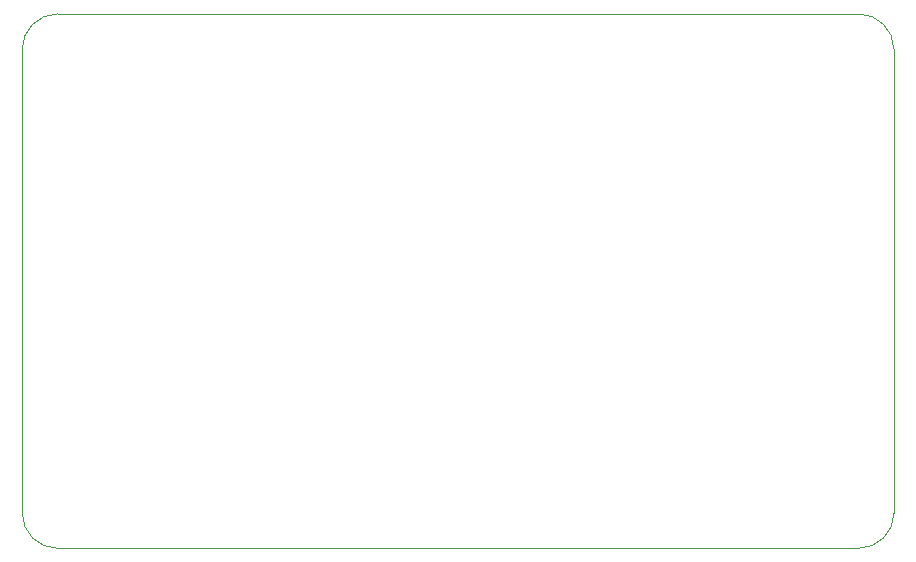
<source format=gbr>
%TF.GenerationSoftware,KiCad,Pcbnew,9.0.2*%
%TF.CreationDate,2025-06-27T15:59:55-04:00*%
%TF.ProjectId,PassPad_KiCAD,50617373-5061-4645-9f4b-694341442e6b,rev?*%
%TF.SameCoordinates,Original*%
%TF.FileFunction,Profile,NP*%
%FSLAX46Y46*%
G04 Gerber Fmt 4.6, Leading zero omitted, Abs format (unit mm)*
G04 Created by KiCad (PCBNEW 9.0.2) date 2025-06-27 15:59:55*
%MOMM*%
%LPD*%
G01*
G04 APERTURE LIST*
%TA.AperFunction,Profile*%
%ADD10C,0.050000*%
%TD*%
G04 APERTURE END LIST*
D10*
X98250000Y-114300000D02*
G75*
G02*
X95250000Y-111300000I0J3000000D01*
G01*
X169068750Y-111300000D02*
G75*
G02*
X166068750Y-114300050I-3000050J0D01*
G01*
X95250000Y-72056250D02*
G75*
G02*
X98250000Y-69056300I3000000J-50D01*
G01*
X166068750Y-69056250D02*
G75*
G02*
X169068750Y-72056250I-50J-3000050D01*
G01*
X95250000Y-111300000D02*
X95250000Y-72056250D01*
X166068750Y-114300000D02*
X98250000Y-114300000D01*
X169068750Y-72056250D02*
X169068750Y-111300000D01*
X98250000Y-69056250D02*
X166068750Y-69056250D01*
M02*

</source>
